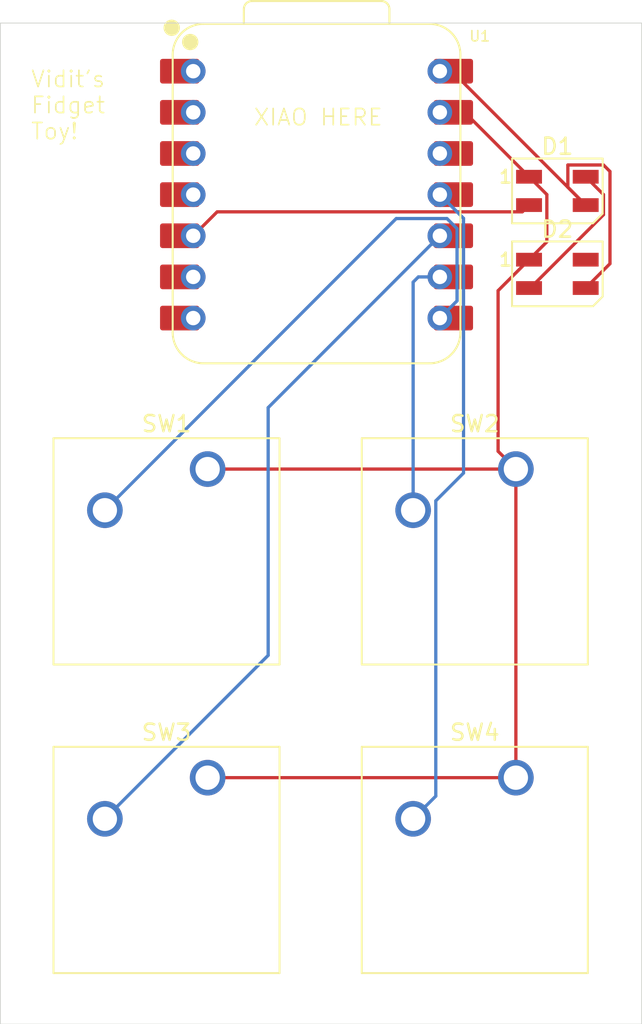
<source format=kicad_pcb>
(kicad_pcb (version 20241229) (generator "pcbnew") (generator_version "9.0")
  (layers (0 "F.Cu" signal) (2 "B.Cu" signal) (13 "F.Paste" user) (15 "B.Paste" user) (5 "F.SilkS" user "F.Silkscreen") (7 "B.SilkS" user "B.Silkscreen") (1 "F.Mask" user) (3 "B.Mask" user) (25 "Edge.Cuts" user))
  (net 0 "")
  (net 1 "+5V")
  (net 2 "Net-(D1-DOUT)")
  (net 3 "GND")
  (net 4 "Net-(D1-DIN)")
  (net 6 "Net-(U1-GPIO1{slash}RX)")
  (net 7 "Net-(U1-GPIO2{slash}SCK)")
  (net 8 "Net-(U1-GPIO4{slash}MISO)")
  (net 9 "Net-(U1-GPIO3{slash}MOSI)")
  (footprint "OPL Libr:XIAO-RP2040-DIP" (layer "F.Cu") (at 172.847 77.851)
    (property "Reference" "U1" (at 10.0838 -9.779 0) (layer "F.SilkS") (effects (font (size 0.635 0.635) (thickness 0.1016))))
    (property "Value" "XIAO-RP2040-DIP")
    (fp_line (start -8.89 8.509) (end -8.89 -8.636) (stroke (width 0.127)) (layer "F.SilkS"))
    (fp_line (start -6.985 10.414) (end 6.985 10.414) (stroke (width 0.127)) (layer "F.SilkS"))
    (fp_line (start -4.495 -10.541) (end -4.491272 -11.451272) (stroke (width 0.127)) (layer "F.SilkS"))
    (fp_line (start -3.991272 -11.951) (end 4.004 -11.951) (stroke (width 0.127)) (layer "F.SilkS"))
    (fp_line (start 4.504 -11.451) (end 4.504 -10.541) (stroke (width 0.127)) (layer "F.SilkS"))
    (fp_line (start 6.985 -10.541) (end -6.985 -10.541) (stroke (width 0.1)) (layer "F.SilkS"))
    (fp_line (start 6.985 -10.541) (end -6.985 -10.541) (stroke (width 0.127)) (layer "F.SilkS"))
    (fp_line (start 8.89 8.509) (end 8.89 -8.636) (stroke (width 0.127)) (layer "F.SilkS"))
    (fp_arc (start -8.89 -8.636) (mid -8.332038 -9.983038) (end -6.985 -10.541) (stroke (width 0.127)) (layer "F.SilkS"))
    (fp_arc (start -6.985 10.414) (mid -8.332038 9.856038) (end -8.89 8.509) (stroke (width 0.127)) (layer "F.SilkS"))
    (fp_arc (start -4.491272 -11.451272) (mid -4.344728 -11.80464) (end -3.991272 -11.951) (stroke (width 0.127)) (layer "F.SilkS"))
    (fp_arc (start 4.004 -11.951) (mid 4.357553 -11.804553) (end 4.504 -11.451) (stroke (width 0.127)) (layer "F.SilkS"))
    (fp_arc (start 6.985 -10.541) (mid 8.332038 -9.983038) (end 8.89 -8.636) (stroke (width 0.127)) (layer "F.SilkS"))
    (fp_arc (start 8.89 8.509) (mid 8.332038 9.856038) (end 6.985 10.414) (stroke (width 0.127)) (layer "F.SilkS"))
    (fp_circle (center -8.95 -10.3) (end -8.95 -10.554) (stroke (width 0.5)) (fill yes) (layer "F.SilkS"))
    (fp_circle (center -7.807 -9.42) (end -7.807 -9.674) (stroke (width 0.5)) (fill yes) (layer "F.SilkS"))
    (pad "1" smd roundrect (at -8.455 -7.62 180) (size 2.432 1.524) (layers "F.Cu" "F.Mask") (roundrect_rratio 0.1))
    (pad "1" thru_hole circle (at -7.62 -7.62 180) (size 1.524 1.524) (drill 0.889) (layers "*.Cu" "*.Mask"))
    (pad "2" smd roundrect (at -8.455 -5.08 180) (size 2.432 1.524) (layers "F.Cu" "F.Mask") (roundrect_rratio 0.1))
    (pad "2" thru_hole circle (at -7.62 -5.08 180) (size 1.524 1.524) (drill 0.889) (layers "*.Cu" "*.Mask"))
    (pad "3" smd roundrect (at -8.455 -2.54 180) (size 2.432 1.524) (layers "F.Cu" "F.Mask") (roundrect_rratio 0.1))
    (pad "3" thru_hole circle (at -7.62 -2.54 180) (size 1.524 1.524) (drill 0.889) (layers "*.Cu" "*.Mask"))
    (pad "4" smd roundrect (at -8.455 0 180) (size 2.432 1.524) (layers "F.Cu" "F.Mask") (roundrect_rratio 0.1))
    (pad "4" thru_hole circle (at -7.62 0 180) (size 1.524 1.524) (drill 0.889) (layers "*.Cu" "*.Mask"))
    (pad "5" smd roundrect (at -8.455 2.54 180) (size 2.432 1.524) (layers "F.Cu" "F.Mask") (roundrect_rratio 0.1) (net 4 "Net-(D1-DIN)"))
    (pad "5" thru_hole circle (at -7.62 2.54 180) (size 1.524 1.524) (drill 0.889) (layers "*.Cu" "*.Mask") (net 4 "Net-(D1-DIN)"))
    (pad "6" smd roundrect (at -8.455 5.08 180) (size 2.432 1.524) (layers "F.Cu" "F.Mask") (roundrect_rratio 0.1))
    (pad "6" thru_hole circle (at -7.62 5.08 180) (size 1.524 1.524) (drill 0.889) (layers "*.Cu" "*.Mask"))
    (pad "7" smd roundrect (at -8.455 7.62 180) (size 2.432 1.524) (layers "F.Cu" "F.Mask") (roundrect_rratio 0.1))
    (pad "7" thru_hole circle (at -7.62 7.62 180) (size 1.524 1.524) (drill 0.889) (layers "*.Cu" "*.Mask"))
    (pad "8" thru_hole circle (at 7.62 7.62) (size 1.524 1.524) (drill 0.889) (layers "*.Cu" "*.Mask") (net 6 "Net-(U1-GPIO1{slash}RX)"))
    (pad "8" smd roundrect (at 8.455 7.62) (size 2.432 1.524) (layers "F.Cu" "F.Mask") (roundrect_rratio 0.1) (net 6 "Net-(U1-GPIO1{slash}RX)"))
    (pad "9" thru_hole circle (at 7.62 5.08) (size 1.524 1.524) (drill 0.889) (layers "*.Cu" "*.Mask") (net 7 "Net-(U1-GPIO2{slash}SCK)"))
    (pad "9" smd roundrect (at 8.455 5.08) (size 2.432 1.524) (layers "F.Cu" "F.Mask") (roundrect_rratio 0.1) (net 7 "Net-(U1-GPIO2{slash}SCK)"))
    (pad "10" thru_hole circle (at 7.62 2.54) (size 1.524 1.524) (drill 0.889) (layers "*.Cu" "*.Mask") (net 8 "Net-(U1-GPIO4{slash}MISO)"))
    (pad "10" smd roundrect (at 8.455 2.54) (size 2.432 1.524) (layers "F.Cu" "F.Mask") (roundrect_rratio 0.1) (net 8 "Net-(U1-GPIO4{slash}MISO)"))
    (pad "11" thru_hole circle (at 7.62 0) (size 1.524 1.524) (drill 0.889) (layers "*.Cu" "*.Mask") (net 9 "Net-(U1-GPIO3{slash}MOSI)"))
    (pad "11" smd roundrect (at 8.455 0) (size 2.432 1.524) (layers "F.Cu" "F.Mask") (roundrect_rratio 0.1) (net 9 "Net-(U1-GPIO3{slash}MOSI)"))
    (pad "12" thru_hole circle (at 7.62 -2.54) (size 1.524 1.524) (drill 0.889) (layers "*.Cu" "*.Mask"))
    (pad "12" smd roundrect (at 8.455 -2.54) (size 2.432 1.524) (layers "F.Cu" "F.Mask") (roundrect_rratio 0.1))
    (pad "13" thru_hole circle (at 7.62 -5.08) (size 1.524 1.524) (drill 0.889) (layers "*.Cu" "*.Mask") (net 3 "GND"))
    (pad "13" smd roundrect (at 8.455 -5.08) (size 2.432 1.524) (layers "F.Cu" "F.Mask") (roundrect_rratio 0.1) (net 3 "GND"))
    (pad "14" thru_hole circle (at 7.62 -7.62) (size 1.524 1.524) (drill 0.889) (layers "*.Cu" "*.Mask") (net 1 "+5V"))
    (pad "14" smd roundrect (at 8.455 -7.62) (size 2.432 1.524) (layers "F.Cu" "F.Mask") (roundrect_rratio 0.1) (net 1 "+5V"))
  )
  (footprint "Button_Switch_Keyboard:SW_Cherry_MX_1.00u_PCB" (layer "F.Cu") (at 166.116 94.7928)
    (property "Reference" "SW1" (at -2.54 -2.794 0) (layer "F.SilkS"))
    (property "Value" "SW_Push")
    (fp_line (start -9.525 -1.905) (end 4.445 -1.905) (stroke (width 0.12)) (layer "F.SilkS"))
    (fp_line (start -9.525 12.065) (end -9.525 -1.905) (stroke (width 0.12)) (layer "F.SilkS"))
    (fp_line (start 4.445 -1.905) (end 4.445 12.065) (stroke (width 0.12)) (layer "F.SilkS"))
    (fp_line (start 4.445 12.065) (end -9.525 12.065) (stroke (width 0.12)) (layer "F.SilkS"))
    (pad "" np_thru_hole circle (at -7.62 5.08) (size 1.7 1.7) (drill 1.7) (layers "*.Cu" "*.Mask"))
    (pad "" np_thru_hole circle (at -2.54 5.08) (size 4 4) (drill 4) (layers "*.Cu" "*.Mask"))
    (pad "" np_thru_hole circle (at 2.54 5.08) (size 1.7 1.7) (drill 1.7) (layers "*.Cu" "*.Mask"))
    (pad "1" thru_hole circle (at 0 0) (size 2.2 2.2) (drill 1.5) (layers "*.Cu" "*.Mask") (net 3 "GND"))
    (pad "2" thru_hole circle (at -6.35 2.54) (size 2.2 2.2) (drill 1.5) (layers "*.Cu" "*.Mask") (net 6 "Net-(U1-GPIO1{slash}RX)"))
  )
  (footprint "LED_SMD:LED_SK6812MINI_PLCC4_3.5x3.5mm_P1.75mm" (layer "F.Cu") (at 187.7288 82.7418)
    (property "Reference" "D2" (at 0 -2.75 0) (layer "F.SilkS"))
    (property "Value" "SK6812")
    (fp_line (start -2.8 -2) (end -2.8 2) (stroke (width 0.12)) (layer "F.SilkS"))
    (fp_line (start -2.8 -2) (end 2.8 -2) (stroke (width 0.12)) (layer "F.SilkS"))
    (fp_line (start -2.8 2) (end 2.2 2) (stroke (width 0.12)) (layer "F.SilkS"))
    (fp_line (start 2.8 1.4) (end 2.2 2) (stroke (width 0.12)) (layer "F.SilkS"))
    (fp_line (start 2.8 1.4) (end 2.8 -2) (stroke (width 0.12)) (layer "F.SilkS"))
    (fp_text user "1" (at -3.2 -0.875 0) (layer "F.SilkS") (effects (font (size 0.8 0.8))))
    (pad "1" smd rect (at -1.75 -0.875) (size 1.6 0.85) (layers "F.Cu" "F.Mask" "F.Paste") (net 3 "GND"))
    (pad "2" smd rect (at -1.75 0.875) (size 1.6 0.85) (layers "F.Cu" "F.Mask" "F.Paste") (net 2 "Net-(D1-DOUT)"))
    (pad "3" smd rect (at 1.75 0.875) (size 1.6 0.85) (layers "F.Cu" "F.Mask" "F.Paste") (net 1 "+5V"))
    (pad "4" smd rect (at 1.75 -0.875) (size 1.6 0.85) (layers "F.Cu" "F.Mask" "F.Paste"))
  )
  (footprint "Button_Switch_Keyboard:SW_Cherry_MX_1.00u_PCB" (layer "F.Cu") (at 185.166 113.8428)
    (property "Reference" "SW4" (at -2.54 -2.794 0) (layer "F.SilkS"))
    (property "Value" "SW_Push")
    (fp_line (start -9.525 -1.905) (end 4.445 -1.905) (stroke (width 0.12)) (layer "F.SilkS"))
    (fp_line (start -9.525 12.065) (end -9.525 -1.905) (stroke (width 0.12)) (layer "F.SilkS"))
    (fp_line (start 4.445 -1.905) (end 4.445 12.065) (stroke (width 0.12)) (layer "F.SilkS"))
    (fp_line (start 4.445 12.065) (end -9.525 12.065) (stroke (width 0.12)) (layer "F.SilkS"))
    (pad "" np_thru_hole circle (at -7.62 5.08) (size 1.7 1.7) (drill 1.7) (layers "*.Cu" "*.Mask"))
    (pad "" np_thru_hole circle (at -2.54 5.08) (size 4 4) (drill 4) (layers "*.Cu" "*.Mask"))
    (pad "" np_thru_hole circle (at 2.54 5.08) (size 1.7 1.7) (drill 1.7) (layers "*.Cu" "*.Mask"))
    (pad "1" thru_hole circle (at 0 0) (size 2.2 2.2) (drill 1.5) (layers "*.Cu" "*.Mask") (net 3 "GND"))
    (pad "2" thru_hole circle (at -6.35 2.54) (size 2.2 2.2) (drill 1.5) (layers "*.Cu" "*.Mask") (net 9 "Net-(U1-GPIO3{slash}MOSI)"))
  )
  (footprint "Button_Switch_Keyboard:SW_Cherry_MX_1.00u_PCB" (layer "F.Cu") (at 185.166 94.7928)
    (property "Reference" "SW2" (at -2.54 -2.794 0) (layer "F.SilkS"))
    (property "Value" "SW_Push")
    (fp_line (start -9.525 -1.905) (end 4.445 -1.905) (stroke (width 0.12)) (layer "F.SilkS"))
    (fp_line (start -9.525 12.065) (end -9.525 -1.905) (stroke (width 0.12)) (layer "F.SilkS"))
    (fp_line (start 4.445 -1.905) (end 4.445 12.065) (stroke (width 0.12)) (layer "F.SilkS"))
    (fp_line (start 4.445 12.065) (end -9.525 12.065) (stroke (width 0.12)) (layer "F.SilkS"))
    (pad "" np_thru_hole circle (at -7.62 5.08) (size 1.7 1.7) (drill 1.7) (layers "*.Cu" "*.Mask"))
    (pad "" np_thru_hole circle (at -2.54 5.08) (size 4 4) (drill 4) (layers "*.Cu" "*.Mask"))
    (pad "" np_thru_hole circle (at 2.54 5.08) (size 1.7 1.7) (drill 1.7) (layers "*.Cu" "*.Mask"))
    (pad "1" thru_hole circle (at 0 0) (size 2.2 2.2) (drill 1.5) (layers "*.Cu" "*.Mask") (net 3 "GND"))
    (pad "2" thru_hole circle (at -6.35 2.54) (size 2.2 2.2) (drill 1.5) (layers "*.Cu" "*.Mask") (net 7 "Net-(U1-GPIO2{slash}SCK)"))
  )
  (footprint "LED_SMD:LED_SK6812MINI_PLCC4_3.5x3.5mm_P1.75mm" (layer "F.Cu") (at 187.7288 77.6218)
    (property "Reference" "D1" (at 0 -2.75 0) (layer "F.SilkS"))
    (property "Value" "SK6812")
    (fp_line (start -2.8 -2) (end -2.8 2) (stroke (width 0.12)) (layer "F.SilkS"))
    (fp_line (start -2.8 -2) (end 2.8 -2) (stroke (width 0.12)) (layer "F.SilkS"))
    (fp_line (start -2.8 2) (end 2.2 2) (stroke (width 0.12)) (layer "F.SilkS"))
    (fp_line (start 2.8 1.4) (end 2.2 2) (stroke (width 0.12)) (layer "F.SilkS"))
    (fp_line (start 2.8 1.4) (end 2.8 -2) (stroke (width 0.12)) (layer "F.SilkS"))
    (fp_text user "1" (at -3.2 -0.875 0) (layer "F.SilkS") (effects (font (size 0.8 0.8))))
    (pad "1" smd rect (at -1.75 -0.875) (size 1.6 0.85) (layers "F.Cu" "F.Mask" "F.Paste") (net 3 "GND"))
    (pad "2" smd rect (at -1.75 0.875) (size 1.6 0.85) (layers "F.Cu" "F.Mask" "F.Paste") (net 4 "Net-(D1-DIN)"))
    (pad "3" smd rect (at 1.75 0.875) (size 1.6 0.85) (layers "F.Cu" "F.Mask" "F.Paste") (net 1 "+5V"))
    (pad "4" smd rect (at 1.75 -0.875) (size 1.6 0.85) (layers "F.Cu" "F.Mask" "F.Paste") (net 2 "Net-(D1-DOUT)"))
  )
  (footprint "Button_Switch_Keyboard:SW_Cherry_MX_1.00u_PCB" (layer "F.Cu") (at 166.116 113.8428)
    (property "Reference" "SW3" (at -2.54 -2.794 0) (layer "F.SilkS"))
    (property "Value" "SW_Push")
    (fp_line (start -9.525 -1.905) (end 4.445 -1.905) (stroke (width 0.12)) (layer "F.SilkS"))
    (fp_line (start -9.525 12.065) (end -9.525 -1.905) (stroke (width 0.12)) (layer "F.SilkS"))
    (fp_line (start 4.445 -1.905) (end 4.445 12.065) (stroke (width 0.12)) (layer "F.SilkS"))
    (fp_line (start 4.445 12.065) (end -9.525 12.065) (stroke (width 0.12)) (layer "F.SilkS"))
    (pad "" np_thru_hole circle (at -7.62 5.08) (size 1.7 1.7) (drill 1.7) (layers "*.Cu" "*.Mask"))
    (pad "" np_thru_hole circle (at -2.54 5.08) (size 4 4) (drill 4) (layers "*.Cu" "*.Mask"))
    (pad "" np_thru_hole circle (at 2.54 5.08) (size 1.7 1.7) (drill 1.7) (layers "*.Cu" "*.Mask"))
    (pad "1" thru_hole circle (at 0 0) (size 2.2 2.2) (drill 1.5) (layers "*.Cu" "*.Mask") (net 3 "GND"))
    (pad "2" thru_hole circle (at -6.35 2.54) (size 2.2 2.2) (drill 1.5) (layers "*.Cu" "*.Mask") (net 8 "Net-(U1-GPIO4{slash}MISO)"))
  )
  (gr_rect (start 153.31 67.2592) (end 192.9384 129.056) (stroke (width 0.05)) (fill no) (layer "Edge.Cuts"))
  (gr_text "XIAO HERE" (at 168.91 73.66 0) (layer "F.SilkS") (effects (font (size 1 1) (thickness 0.1)) (justify left bottom)))
  (gr_text "Vidit's\nFidget\nToy!\n" (at 155.1432 74.5236 0) (layer "F.SilkS") (effects (font (size 1 1) (thickness 0.1)) (justify left bottom)))
  (segment (start 189.4788 83.6168) (end 190.9808 82.1148) (width 0.2) (layer "F.Cu") (net 1))
  (segment (start 190.9808 76.4218) (end 190.5798 76.0208) (width 0.2) (layer "F.Cu") (net 1))
  (segment (start 181.213 70.231) (end 189.4788 78.4968) (width 0.2) (layer "F.Cu") (net 1))
  (segment (start 190.5798 76.0208) (end 188.3778 76.0208) (width 0.2) (layer "F.Cu") (net 1))
  (segment (start 190.9808 82.1148) (end 190.9808 76.4218) (width 0.2) (layer "F.Cu") (net 1))
  (segment (start 188.3778 77.3958) (end 189.4788 78.4968) (width 0.2) (layer "F.Cu") (net 1))
  (segment (start 188.3778 76.0208) (end 188.3778 77.3958) (width 0.2) (layer "F.Cu") (net 1))
  (segment (start 180.467 70.231) (end 181.213 70.231) (width 0.2) (layer "F.Cu") (net 1))
  (segment (start 189.4788 76.7468) (end 190.5798 77.8478) (width 0.2) (layer "F.Cu") (net 2))
  (segment (start 186.0558 83.6168) (end 185.9788 83.6168) (width 0.2) (layer "F.Cu") (net 2))
  (segment (start 190.5798 79.0928) (end 186.0558 83.6168) (width 0.2) (layer "F.Cu") (net 2))
  (segment (start 190.5798 77.8478) (end 190.5798 79.0928) (width 0.2) (layer "F.Cu") (net 2))
  (segment (start 185.166 94.7928) (end 166.116 94.7928) (width 0.2) (layer "F.Cu") (net 3))
  (segment (start 185.9788 76.7468) (end 187.0798 77.8478) (width 0.2) (layer "F.Cu") (net 3))
  (segment (start 185.166 113.8428) (end 185.166 94.7928) (width 0.2) (layer "F.Cu") (net 3))
  (segment (start 185.9788 76.7468) (end 182.003 72.771) (width 0.2) (layer "F.Cu") (net 3))
  (segment (start 187.0798 77.8478) (end 187.0798 80.7658) (width 0.2) (layer "F.Cu") (net 3))
  (segment (start 182.003 72.771) (end 180.467 72.771) (width 0.2) (layer "F.Cu") (net 3))
  (segment (start 166.116 113.8428) (end 185.166 113.8428) (width 0.2) (layer "F.Cu") (net 3))
  (segment (start 184.066001 93.692801) (end 184.066001 83.779599) (width 0.2) (layer "F.Cu") (net 3))
  (segment (start 184.066001 83.779599) (end 185.9788 81.8668) (width 0.2) (layer "F.Cu") (net 3))
  (segment (start 185.166 94.7928) (end 184.066001 93.692801) (width 0.2) (layer "F.Cu") (net 3))
  (segment (start 187.0798 80.7658) (end 185.9788 81.8668) (width 0.2) (layer "F.Cu") (net 3))
  (segment (start 185.5616 78.914) (end 166.704 78.914) (width 0.2) (layer "F.Cu") (net 4))
  (segment (start 185.9788 78.4968) (end 185.5616 78.914) (width 0.2) (layer "F.Cu") (net 4))
  (segment (start 166.704 78.914) (end 165.227 80.391) (width 0.2) (layer "F.Cu") (net 4))
  (segment (start 177.7708 79.328) (end 159.766 97.3328) (width 0.2) (layer "B.Cu") (net 6))
  (segment (start 180.467 85.471) (end 181.53 84.408) (width 0.2) (layer "B.Cu") (net 6))
  (segment (start 181.53 79.95069) (end 180.90731 79.328) (width 0.2) (layer "B.Cu") (net 6))
  (segment (start 180.90731 79.328) (end 177.7708 79.328) (width 0.2) (layer "B.Cu") (net 6))
  (segment (start 181.53 84.408) (end 181.53 79.95069) (width 0.2) (layer "B.Cu") (net 6))
  (segment (start 178.816 83.2529) (end 178.816 97.3328) (width 0.2) (layer "B.Cu") (net 7))
  (segment (start 179.1379 82.931) (end 178.816 83.2529) (width 0.2) (layer "B.Cu") (net 7))
  (segment (start 180.467 82.931) (end 179.1379 82.931) (width 0.2) (layer "B.Cu") (net 7))
  (segment (start 180.467 80.391) (end 169.857 91.001) (width 0.2) (layer "B.Cu") (net 8))
  (segment (start 169.857 91.001) (end 169.857 106.2918) (width 0.2) (layer "B.Cu") (net 8))
  (segment (start 169.857 106.2918) (end 159.766 116.3828) (width 0.2) (layer "B.Cu") (net 8))
  (segment (start 181.931 95.038486) (end 181.931 79.315) (width 0.2) (layer "B.Cu") (net 9))
  (segment (start 181.931 79.315) (end 180.467 77.851) (width 0.2) (layer "B.Cu") (net 9))
  (segment (start 178.816 116.3828) (end 180.217 114.9818) (width 0.2) (layer "B.Cu") (net 9))
  (segment (start 180.217 114.9818) (end 180.217 96.752486) (width 0.2) (layer "B.Cu") (net 9))
  (segment (start 180.217 96.752486) (end 181.931 95.038486) (width 0.2) (layer "B.Cu") (net 9))
)
</source>
